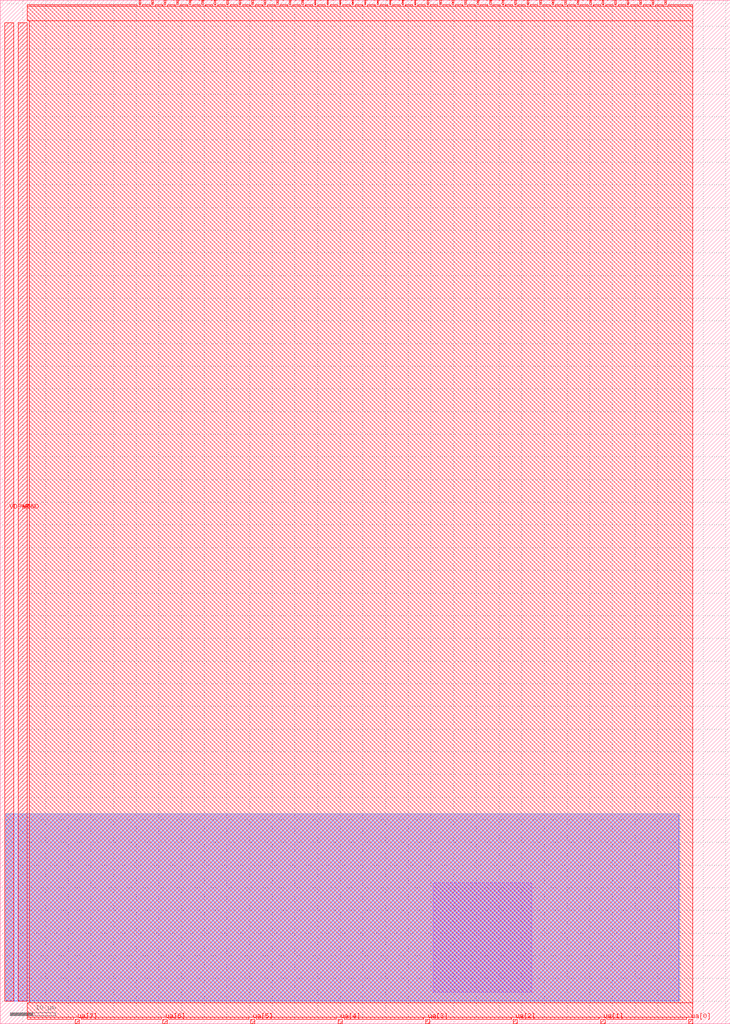
<source format=lef>
VERSION 5.7 ;
  NOWIREEXTENSIONATPIN ON ;
  DIVIDERCHAR "/" ;
  BUSBITCHARS "[]" ;
MACRO tt_um_Maj_opamp
  CLASS BLOCK ;
  FOREIGN tt_um_Maj_opamp ;
  ORIGIN 0.000 0.000 ;
  SIZE 161.000 BY 225.760 ;
  PIN clk
    DIRECTION INPUT ;
    USE SIGNAL ;
    PORT
      LAYER met4 ;
        RECT 143.830 224.760 144.130 225.760 ;
    END
  END clk
  PIN ena
    DIRECTION INPUT ;
    USE SIGNAL ;
    PORT
      LAYER met4 ;
        RECT 146.590 224.760 146.890 225.760 ;
    END
  END ena
  PIN rst_n
    DIRECTION INPUT ;
    USE SIGNAL ;
    PORT
      LAYER met4 ;
        RECT 141.070 224.760 141.370 225.760 ;
    END
  END rst_n
  PIN ua[0]
    DIRECTION INOUT ;
    USE SIGNAL ;
    ANTENNADIFFAREA 7.751700 ;
    PORT
      LAYER met4 ;
        RECT 151.810 0.000 152.710 1.000 ;
    END
  END ua[0]
  PIN ua[1]
    DIRECTION INOUT ;
    USE SIGNAL ;
    ANTENNAGATEAREA 1.500000 ;
    PORT
      LAYER met4 ;
        RECT 132.490 0.000 133.390 1.000 ;
    END
  END ua[1]
  PIN ua[2]
    DIRECTION INOUT ;
    USE SIGNAL ;
    ANTENNAGATEAREA 1.500000 ;
    PORT
      LAYER met4 ;
        RECT 113.170 0.000 114.070 1.000 ;
    END
  END ua[2]
  PIN ua[3]
    DIRECTION INOUT ;
    USE SIGNAL ;
    PORT
      LAYER met4 ;
        RECT 93.850 0.000 94.750 1.000 ;
    END
  END ua[3]
  PIN ua[4]
    DIRECTION INOUT ;
    USE SIGNAL ;
    PORT
      LAYER met4 ;
        RECT 74.530 0.000 75.430 1.000 ;
    END
  END ua[4]
  PIN ua[5]
    DIRECTION INOUT ;
    USE SIGNAL ;
    PORT
      LAYER met4 ;
        RECT 55.210 0.000 56.110 1.000 ;
    END
  END ua[5]
  PIN ua[6]
    DIRECTION INOUT ;
    USE SIGNAL ;
    PORT
      LAYER met4 ;
        RECT 35.890 0.000 36.790 1.000 ;
    END
  END ua[6]
  PIN ua[7]
    DIRECTION INOUT ;
    USE SIGNAL ;
    PORT
      LAYER met4 ;
        RECT 16.570 0.000 17.470 1.000 ;
    END
  END ua[7]
  PIN ui_in[0]
    DIRECTION INPUT ;
    USE SIGNAL ;
    PORT
      LAYER met4 ;
        RECT 138.310 224.760 138.610 225.760 ;
    END
  END ui_in[0]
  PIN ui_in[1]
    DIRECTION INPUT ;
    USE SIGNAL ;
    PORT
      LAYER met4 ;
        RECT 135.550 224.760 135.850 225.760 ;
    END
  END ui_in[1]
  PIN ui_in[2]
    DIRECTION INPUT ;
    USE SIGNAL ;
    PORT
      LAYER met4 ;
        RECT 132.790 224.760 133.090 225.760 ;
    END
  END ui_in[2]
  PIN ui_in[3]
    DIRECTION INPUT ;
    USE SIGNAL ;
    PORT
      LAYER met4 ;
        RECT 130.030 224.760 130.330 225.760 ;
    END
  END ui_in[3]
  PIN ui_in[4]
    DIRECTION INPUT ;
    USE SIGNAL ;
    PORT
      LAYER met4 ;
        RECT 127.270 224.760 127.570 225.760 ;
    END
  END ui_in[4]
  PIN ui_in[5]
    DIRECTION INPUT ;
    USE SIGNAL ;
    PORT
      LAYER met4 ;
        RECT 124.510 224.760 124.810 225.760 ;
    END
  END ui_in[5]
  PIN ui_in[6]
    DIRECTION INPUT ;
    USE SIGNAL ;
    PORT
      LAYER met4 ;
        RECT 121.750 224.760 122.050 225.760 ;
    END
  END ui_in[6]
  PIN ui_in[7]
    DIRECTION INPUT ;
    USE SIGNAL ;
    PORT
      LAYER met4 ;
        RECT 118.990 224.760 119.290 225.760 ;
    END
  END ui_in[7]
  PIN uio_in[0]
    DIRECTION INPUT ;
    USE SIGNAL ;
    PORT
      LAYER met4 ;
        RECT 116.230 224.760 116.530 225.760 ;
    END
  END uio_in[0]
  PIN uio_in[1]
    DIRECTION INPUT ;
    USE SIGNAL ;
    PORT
      LAYER met4 ;
        RECT 113.470 224.760 113.770 225.760 ;
    END
  END uio_in[1]
  PIN uio_in[2]
    DIRECTION INPUT ;
    USE SIGNAL ;
    PORT
      LAYER met4 ;
        RECT 110.710 224.760 111.010 225.760 ;
    END
  END uio_in[2]
  PIN uio_in[3]
    DIRECTION INPUT ;
    USE SIGNAL ;
    PORT
      LAYER met4 ;
        RECT 107.950 224.760 108.250 225.760 ;
    END
  END uio_in[3]
  PIN uio_in[4]
    DIRECTION INPUT ;
    USE SIGNAL ;
    PORT
      LAYER met4 ;
        RECT 105.190 224.760 105.490 225.760 ;
    END
  END uio_in[4]
  PIN uio_in[5]
    DIRECTION INPUT ;
    USE SIGNAL ;
    PORT
      LAYER met4 ;
        RECT 102.430 224.760 102.730 225.760 ;
    END
  END uio_in[5]
  PIN uio_in[6]
    DIRECTION INPUT ;
    USE SIGNAL ;
    PORT
      LAYER met4 ;
        RECT 99.670 224.760 99.970 225.760 ;
    END
  END uio_in[6]
  PIN uio_in[7]
    DIRECTION INPUT ;
    USE SIGNAL ;
    PORT
      LAYER met4 ;
        RECT 96.910 224.760 97.210 225.760 ;
    END
  END uio_in[7]
  PIN uio_oe[0]
    DIRECTION OUTPUT ;
    USE SIGNAL ;
    ANTENNADIFFAREA 35.939800 ;
    PORT
      LAYER met4 ;
        RECT 49.990 224.760 50.290 225.760 ;
    END
  END uio_oe[0]
  PIN uio_oe[1]
    DIRECTION OUTPUT ;
    USE SIGNAL ;
    ANTENNADIFFAREA 35.939800 ;
    PORT
      LAYER met4 ;
        RECT 47.230 224.760 47.530 225.760 ;
    END
  END uio_oe[1]
  PIN uio_oe[2]
    DIRECTION OUTPUT ;
    USE SIGNAL ;
    ANTENNADIFFAREA 35.939800 ;
    PORT
      LAYER met4 ;
        RECT 44.470 224.760 44.770 225.760 ;
    END
  END uio_oe[2]
  PIN uio_oe[3]
    DIRECTION OUTPUT ;
    USE SIGNAL ;
    ANTENNADIFFAREA 35.939800 ;
    PORT
      LAYER met4 ;
        RECT 41.710 224.760 42.010 225.760 ;
    END
  END uio_oe[3]
  PIN uio_oe[4]
    DIRECTION OUTPUT ;
    USE SIGNAL ;
    ANTENNADIFFAREA 35.939800 ;
    PORT
      LAYER met4 ;
        RECT 38.950 224.760 39.250 225.760 ;
    END
  END uio_oe[4]
  PIN uio_oe[5]
    DIRECTION OUTPUT ;
    USE SIGNAL ;
    ANTENNADIFFAREA 35.939800 ;
    PORT
      LAYER met4 ;
        RECT 36.190 224.760 36.490 225.760 ;
    END
  END uio_oe[5]
  PIN uio_oe[6]
    DIRECTION OUTPUT ;
    USE SIGNAL ;
    ANTENNADIFFAREA 35.939800 ;
    PORT
      LAYER met4 ;
        RECT 33.430 224.760 33.730 225.760 ;
    END
  END uio_oe[6]
  PIN uio_oe[7]
    DIRECTION OUTPUT ;
    USE SIGNAL ;
    ANTENNADIFFAREA 35.939800 ;
    PORT
      LAYER met4 ;
        RECT 30.670 224.760 30.970 225.760 ;
    END
  END uio_oe[7]
  PIN uio_out[0]
    DIRECTION OUTPUT ;
    USE SIGNAL ;
    ANTENNADIFFAREA 35.939800 ;
    PORT
      LAYER met4 ;
        RECT 72.070 224.760 72.370 225.760 ;
    END
  END uio_out[0]
  PIN uio_out[1]
    DIRECTION OUTPUT ;
    USE SIGNAL ;
    ANTENNADIFFAREA 35.939800 ;
    PORT
      LAYER met4 ;
        RECT 69.310 224.760 69.610 225.760 ;
    END
  END uio_out[1]
  PIN uio_out[2]
    DIRECTION OUTPUT ;
    USE SIGNAL ;
    ANTENNADIFFAREA 35.939800 ;
    PORT
      LAYER met4 ;
        RECT 66.550 224.760 66.850 225.760 ;
    END
  END uio_out[2]
  PIN uio_out[3]
    DIRECTION OUTPUT ;
    USE SIGNAL ;
    ANTENNADIFFAREA 35.939800 ;
    PORT
      LAYER met4 ;
        RECT 63.790 224.760 64.090 225.760 ;
    END
  END uio_out[3]
  PIN uio_out[4]
    DIRECTION OUTPUT ;
    USE SIGNAL ;
    ANTENNADIFFAREA 35.939800 ;
    PORT
      LAYER met4 ;
        RECT 61.030 224.760 61.330 225.760 ;
    END
  END uio_out[4]
  PIN uio_out[5]
    DIRECTION OUTPUT ;
    USE SIGNAL ;
    ANTENNADIFFAREA 35.939800 ;
    PORT
      LAYER met4 ;
        RECT 58.270 224.760 58.570 225.760 ;
    END
  END uio_out[5]
  PIN uio_out[6]
    DIRECTION OUTPUT ;
    USE SIGNAL ;
    ANTENNADIFFAREA 35.939800 ;
    PORT
      LAYER met4 ;
        RECT 55.510 224.760 55.810 225.760 ;
    END
  END uio_out[6]
  PIN uio_out[7]
    DIRECTION OUTPUT ;
    USE SIGNAL ;
    ANTENNADIFFAREA 35.939800 ;
    PORT
      LAYER met4 ;
        RECT 52.750 224.760 53.050 225.760 ;
    END
  END uio_out[7]
  PIN uo_out[0]
    DIRECTION OUTPUT ;
    USE SIGNAL ;
    ANTENNADIFFAREA 35.939800 ;
    PORT
      LAYER met4 ;
        RECT 94.150 224.760 94.450 225.760 ;
    END
  END uo_out[0]
  PIN uo_out[1]
    DIRECTION OUTPUT ;
    USE SIGNAL ;
    ANTENNADIFFAREA 35.939800 ;
    PORT
      LAYER met4 ;
        RECT 91.390 224.760 91.690 225.760 ;
    END
  END uo_out[1]
  PIN uo_out[2]
    DIRECTION OUTPUT ;
    USE SIGNAL ;
    ANTENNADIFFAREA 35.939800 ;
    PORT
      LAYER met4 ;
        RECT 88.630 224.760 88.930 225.760 ;
    END
  END uo_out[2]
  PIN uo_out[3]
    DIRECTION OUTPUT ;
    USE SIGNAL ;
    ANTENNADIFFAREA 35.939800 ;
    PORT
      LAYER met4 ;
        RECT 85.870 224.760 86.170 225.760 ;
    END
  END uo_out[3]
  PIN uo_out[4]
    DIRECTION OUTPUT ;
    USE SIGNAL ;
    ANTENNADIFFAREA 35.939800 ;
    PORT
      LAYER met4 ;
        RECT 83.110 224.760 83.410 225.760 ;
    END
  END uo_out[4]
  PIN uo_out[5]
    DIRECTION OUTPUT ;
    USE SIGNAL ;
    ANTENNADIFFAREA 35.939800 ;
    PORT
      LAYER met4 ;
        RECT 80.350 224.760 80.650 225.760 ;
    END
  END uo_out[5]
  PIN uo_out[6]
    DIRECTION OUTPUT ;
    USE SIGNAL ;
    ANTENNADIFFAREA 35.939800 ;
    PORT
      LAYER met4 ;
        RECT 77.590 224.760 77.890 225.760 ;
    END
  END uo_out[6]
  PIN uo_out[7]
    DIRECTION OUTPUT ;
    USE SIGNAL ;
    ANTENNADIFFAREA 35.939800 ;
    PORT
      LAYER met4 ;
        RECT 74.830 224.760 75.130 225.760 ;
    END
  END uo_out[7]
  PIN VDPWR
    DIRECTION INOUT ;
    USE POWER ;
    PORT
      LAYER met4 ;
        RECT 1.000 5.000 3.000 220.760 ;
    END
  END VDPWR
  PIN VGND
    DIRECTION INOUT ;
    USE GROUND ;
    PORT
      LAYER met4 ;
        RECT 4.000 5.000 6.000 220.760 ;
    END
  END VGND
  OBS
      LAYER li1 ;
        RECT 95.470 6.940 117.180 31.100 ;
      LAYER met1 ;
        RECT 1.220 5.040 149.650 46.310 ;
      LAYER met2 ;
        RECT 1.170 4.990 149.650 46.360 ;
      LAYER met3 ;
        RECT 1.170 5.015 149.710 46.370 ;
      LAYER met4 ;
        RECT 6.000 224.360 30.270 224.760 ;
        RECT 31.370 224.360 33.030 224.760 ;
        RECT 34.130 224.360 35.790 224.760 ;
        RECT 36.890 224.360 38.550 224.760 ;
        RECT 39.650 224.360 41.310 224.760 ;
        RECT 42.410 224.360 44.070 224.760 ;
        RECT 45.170 224.360 46.830 224.760 ;
        RECT 47.930 224.360 49.590 224.760 ;
        RECT 50.690 224.360 52.350 224.760 ;
        RECT 53.450 224.360 55.110 224.760 ;
        RECT 56.210 224.360 57.870 224.760 ;
        RECT 58.970 224.360 60.630 224.760 ;
        RECT 61.730 224.360 63.390 224.760 ;
        RECT 64.490 224.360 66.150 224.760 ;
        RECT 67.250 224.360 68.910 224.760 ;
        RECT 70.010 224.360 71.670 224.760 ;
        RECT 72.770 224.360 74.430 224.760 ;
        RECT 75.530 224.360 77.190 224.760 ;
        RECT 78.290 224.360 79.950 224.760 ;
        RECT 81.050 224.360 82.710 224.760 ;
        RECT 83.810 224.360 85.470 224.760 ;
        RECT 86.570 224.360 88.230 224.760 ;
        RECT 89.330 224.360 90.990 224.760 ;
        RECT 92.090 224.360 93.750 224.760 ;
        RECT 94.850 224.360 96.510 224.760 ;
        RECT 97.610 224.360 99.270 224.760 ;
        RECT 100.370 224.360 102.030 224.760 ;
        RECT 103.130 224.360 104.790 224.760 ;
        RECT 105.890 224.360 107.550 224.760 ;
        RECT 108.650 224.360 110.310 224.760 ;
        RECT 111.410 224.360 113.070 224.760 ;
        RECT 114.170 224.360 115.830 224.760 ;
        RECT 116.930 224.360 118.590 224.760 ;
        RECT 119.690 224.360 121.350 224.760 ;
        RECT 122.450 224.360 124.110 224.760 ;
        RECT 125.210 224.360 126.870 224.760 ;
        RECT 127.970 224.360 129.630 224.760 ;
        RECT 130.730 224.360 132.390 224.760 ;
        RECT 133.490 224.360 135.150 224.760 ;
        RECT 136.250 224.360 137.910 224.760 ;
        RECT 139.010 224.360 140.670 224.760 ;
        RECT 141.770 224.360 143.430 224.760 ;
        RECT 144.530 224.360 146.190 224.760 ;
        RECT 147.290 224.360 152.710 224.760 ;
        RECT 6.000 221.160 152.710 224.360 ;
        RECT 6.400 4.600 152.710 221.160 ;
        RECT 6.000 1.400 152.710 4.600 ;
        RECT 6.000 1.000 16.170 1.400 ;
        RECT 17.870 1.000 35.490 1.400 ;
        RECT 37.190 1.000 54.810 1.400 ;
        RECT 56.510 1.000 74.130 1.400 ;
        RECT 75.830 1.000 93.450 1.400 ;
        RECT 95.150 1.000 112.770 1.400 ;
        RECT 114.470 1.000 132.090 1.400 ;
        RECT 133.790 1.000 151.410 1.400 ;
  END
END tt_um_Maj_opamp
END LIBRARY


</source>
